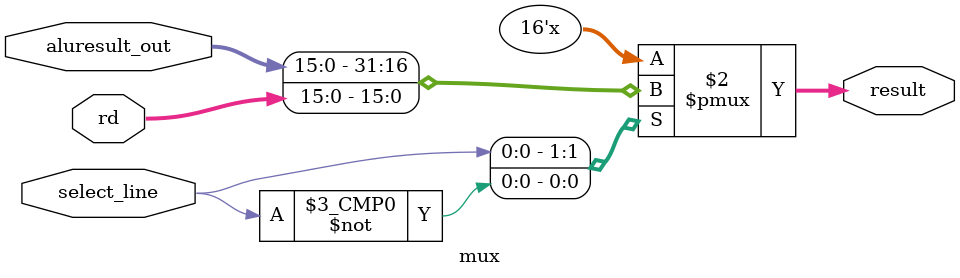
<source format=v>
`timescale 1ns/1ps
module mux ( aluresult_out ,rd, result, select_line);
input [15:0] aluresult_out;
input [15:0] rd;
input select_line;
output reg [15:0] result;

always@(*) begin

case(select_line) 
 1'b1 : result = aluresult_out;
 1'b0 : result = rd;
 default : result = 16'h0000;
endcase

end 
endmodule





</source>
